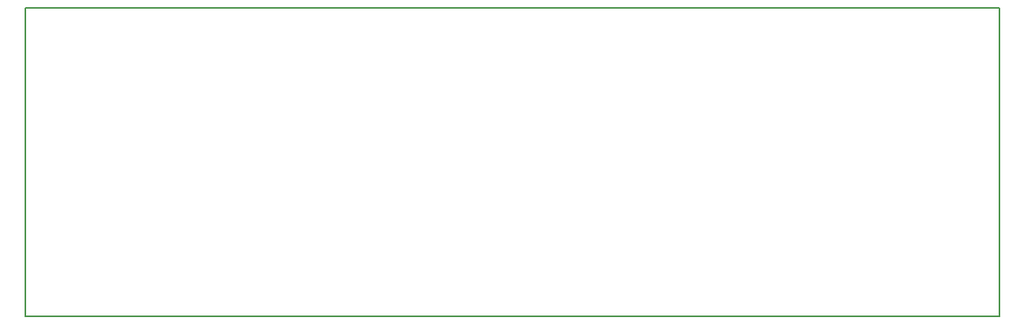
<source format=gbr>
G04 #@! TF.FileFunction,Profile,NP*
%FSLAX46Y46*%
G04 Gerber Fmt 4.6, Leading zero omitted, Abs format (unit mm)*
G04 Created by KiCad (PCBNEW 4.0.7) date 02/22/18 17:58:39*
%MOMM*%
%LPD*%
G01*
G04 APERTURE LIST*
%ADD10C,0.100000*%
%ADD11C,0.150000*%
G04 APERTURE END LIST*
D10*
D11*
X55880000Y-81280000D02*
X55880000Y-48260000D01*
X160020000Y-81280000D02*
X55880000Y-81280000D01*
X160020000Y-48260000D02*
X160020000Y-81280000D01*
X55880000Y-48260000D02*
X160020000Y-48260000D01*
M02*

</source>
